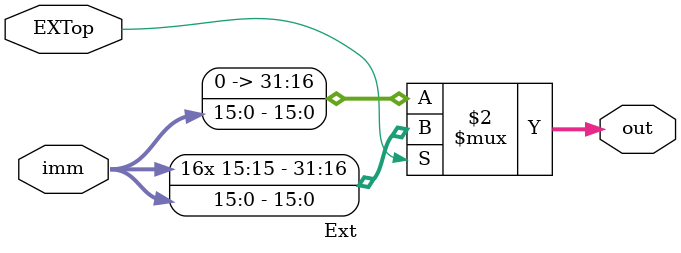
<source format=v>
`timescale 1ns / 1ps
module Ext(
    input EXTop,
    input [15:0] imm,
    output [31:0] out
    );
assign out=(EXTop==1)? {{16{imm[15]}},imm} : {{16{1'b0}},imm};

endmodule

</source>
